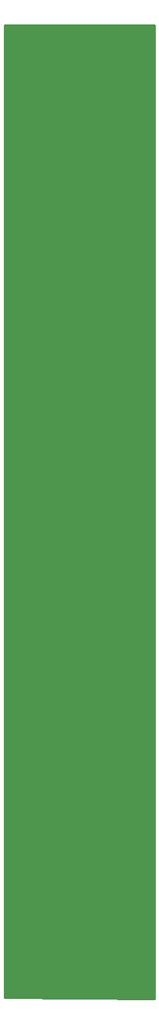
<source format=gbr>
G04 #@! TF.FileFunction,Soldermask,Bot*
%FSLAX46Y46*%
G04 Gerber Fmt 4.6, Leading zero omitted, Abs format (unit mm)*
G04 Created by KiCad (PCBNEW 4.0.1-stable) date Donnerstag, 28. April 2016 'u12' 11:12:59*
%MOMM*%
G01*
G04 APERTURE LIST*
%ADD10C,0.100000*%
%ADD11C,3.300000*%
%ADD12C,7.800000*%
%ADD13C,0.254000*%
G04 APERTURE END LIST*
D10*
D11*
X107520000Y-35100000D03*
X107530000Y-157600000D03*
X110030000Y-122240000D03*
X110020000Y-87960000D03*
X110020000Y-53680000D03*
D12*
X105560000Y-61900000D03*
X114460000Y-61900000D03*
X105590000Y-74590000D03*
X114490000Y-74590000D03*
X105580000Y-96200000D03*
X114470000Y-96200000D03*
X105580000Y-108890000D03*
X114470000Y-108890000D03*
X105550000Y-130480000D03*
X114490000Y-143190000D03*
X114470000Y-130500000D03*
X105590000Y-143230000D03*
D13*
G36*
X119873000Y-160472364D02*
X100127000Y-160373634D01*
X100127000Y-32227000D01*
X119873000Y-32227000D01*
X119873000Y-160472364D01*
X119873000Y-160472364D01*
G37*
X119873000Y-160472364D02*
X100127000Y-160373634D01*
X100127000Y-32227000D01*
X119873000Y-32227000D01*
X119873000Y-160472364D01*
M02*

</source>
